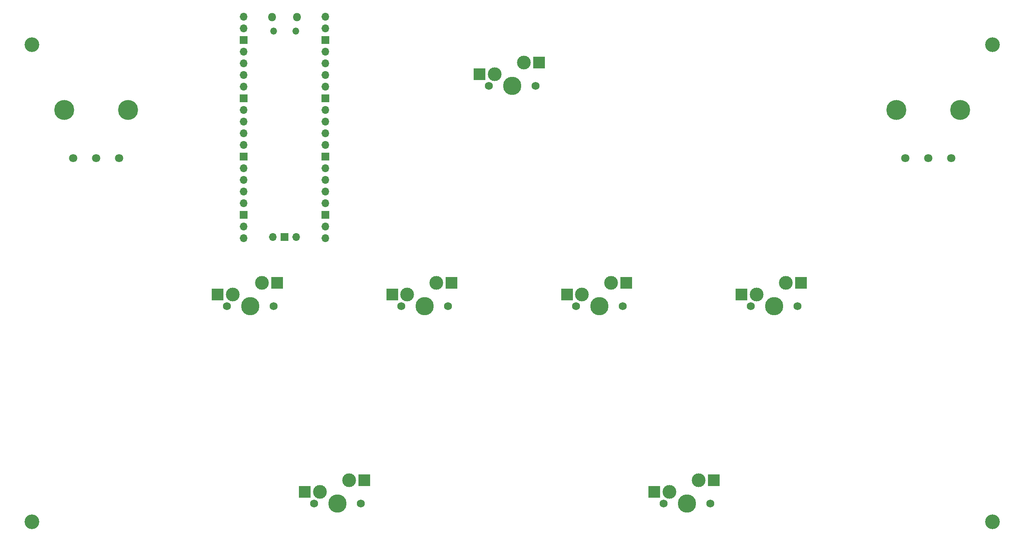
<source format=gbs>
G04 #@! TF.GenerationSoftware,KiCad,Pcbnew,7.0.8*
G04 #@! TF.CreationDate,2023-11-04T04:32:01-07:00*
G04 #@! TF.ProjectId,picovoltexv2,7069636f-766f-46c7-9465-7876322e6b69,rev?*
G04 #@! TF.SameCoordinates,Original*
G04 #@! TF.FileFunction,Soldermask,Bot*
G04 #@! TF.FilePolarity,Negative*
%FSLAX46Y46*%
G04 Gerber Fmt 4.6, Leading zero omitted, Abs format (unit mm)*
G04 Created by KiCad (PCBNEW 7.0.8) date 2023-11-04 04:32:01*
%MOMM*%
%LPD*%
G01*
G04 APERTURE LIST*
%ADD10C,3.200000*%
%ADD11C,1.800000*%
%ADD12C,4.350000*%
%ADD13C,1.750000*%
%ADD14C,3.000000*%
%ADD15C,3.987800*%
%ADD16R,2.550000X2.500000*%
%ADD17O,1.800000X1.800000*%
%ADD18O,1.500000X1.500000*%
%ADD19O,1.700000X1.700000*%
%ADD20R,1.700000X1.700000*%
G04 APERTURE END LIST*
D10*
X47900000Y-44520000D03*
D11*
X56900000Y-69320000D03*
X61900000Y-69320000D03*
X66900000Y-69320000D03*
D12*
X54950000Y-58820000D03*
X68850000Y-58820000D03*
D13*
X185320000Y-144520000D03*
D14*
X186590000Y-141980000D03*
D15*
X190400000Y-144520000D03*
D14*
X192940000Y-139440000D03*
D13*
X195480000Y-144520000D03*
D16*
X183315000Y-141980000D03*
X196242000Y-139440000D03*
D11*
X237900000Y-69320000D03*
X242900000Y-69320000D03*
X247900000Y-69320000D03*
D12*
X235950000Y-58820000D03*
X249850000Y-58820000D03*
D13*
X166320000Y-101520000D03*
D14*
X167590000Y-98980000D03*
D15*
X171400000Y-101520000D03*
D14*
X173940000Y-96440000D03*
D13*
X176480000Y-101520000D03*
D16*
X164315000Y-98980000D03*
X177242000Y-96440000D03*
D13*
X109320000Y-144520000D03*
D14*
X110590000Y-141980000D03*
D15*
X114400000Y-144520000D03*
D14*
X116940000Y-139440000D03*
D13*
X119480000Y-144520000D03*
D16*
X107315000Y-141980000D03*
X120242000Y-139440000D03*
D10*
X47900000Y-148520000D03*
D17*
X100175000Y-38575000D03*
D18*
X100475000Y-41605000D03*
X105325000Y-41605000D03*
D17*
X105625000Y-38575000D03*
D19*
X94010000Y-38445000D03*
X94010000Y-40985000D03*
D20*
X94010000Y-43525000D03*
D19*
X94010000Y-46065000D03*
X94010000Y-48605000D03*
X94010000Y-51145000D03*
X94010000Y-53685000D03*
D20*
X94010000Y-56225000D03*
D19*
X94010000Y-58765000D03*
X94010000Y-61305000D03*
X94010000Y-63845000D03*
X94010000Y-66385000D03*
D20*
X94010000Y-68925000D03*
D19*
X94010000Y-71465000D03*
X94010000Y-74005000D03*
X94010000Y-76545000D03*
X94010000Y-79085000D03*
D20*
X94010000Y-81625000D03*
D19*
X94010000Y-84165000D03*
X94010000Y-86705000D03*
X111790000Y-86705000D03*
X111790000Y-84165000D03*
D20*
X111790000Y-81625000D03*
D19*
X111790000Y-79085000D03*
X111790000Y-76545000D03*
X111790000Y-74005000D03*
X111790000Y-71465000D03*
D20*
X111790000Y-68925000D03*
D19*
X111790000Y-66385000D03*
X111790000Y-63845000D03*
X111790000Y-61305000D03*
X111790000Y-58765000D03*
D20*
X111790000Y-56225000D03*
D19*
X111790000Y-53685000D03*
X111790000Y-51145000D03*
X111790000Y-48605000D03*
X111790000Y-46065000D03*
D20*
X111790000Y-43525000D03*
D19*
X111790000Y-40985000D03*
X111790000Y-38445000D03*
X100360000Y-86475000D03*
D20*
X102900000Y-86475000D03*
D19*
X105440000Y-86475000D03*
D13*
X147320000Y-53520000D03*
D14*
X148590000Y-50980000D03*
D15*
X152400000Y-53520000D03*
D14*
X154940000Y-48440000D03*
D13*
X157480000Y-53520000D03*
D16*
X145315000Y-50980000D03*
X158242000Y-48440000D03*
D10*
X256900000Y-148520000D03*
X256900000Y-44520000D03*
D13*
X128320000Y-101520000D03*
D14*
X129590000Y-98980000D03*
D15*
X133400000Y-101520000D03*
D14*
X135940000Y-96440000D03*
D13*
X138480000Y-101520000D03*
D16*
X126315000Y-98980000D03*
X139242000Y-96440000D03*
D13*
X204320000Y-101520000D03*
D14*
X205590000Y-98980000D03*
D15*
X209400000Y-101520000D03*
D14*
X211940000Y-96440000D03*
D13*
X214480000Y-101520000D03*
D16*
X202315000Y-98980000D03*
X215242000Y-96440000D03*
D13*
X90320000Y-101520000D03*
D14*
X91590000Y-98980000D03*
D15*
X95400000Y-101520000D03*
D14*
X97940000Y-96440000D03*
D13*
X100480000Y-101520000D03*
D16*
X88315000Y-98980000D03*
X101242000Y-96440000D03*
M02*

</source>
